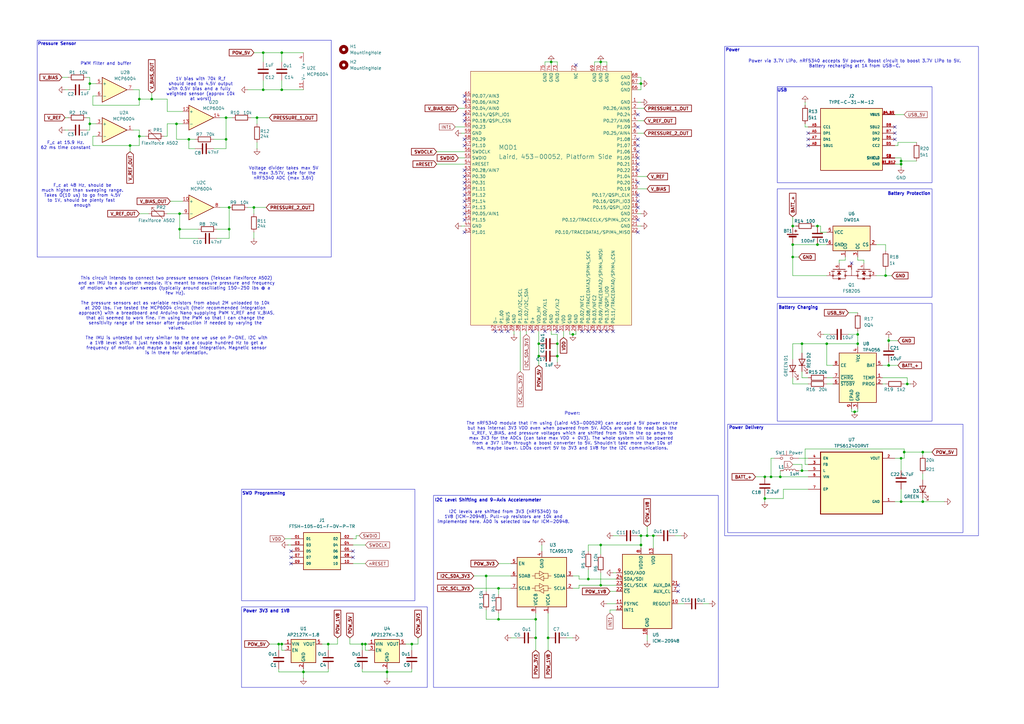
<source format=kicad_sch>
(kicad_sch (version 20250114) (generator "eeschema") (generator_version "9.0")
  (paper "A3")
  (rectangle (start 177.8 203.2) (end 294.64 281.94))
  (rectangle (start 298.45 173.99) (end 394.97 218.44))
  (rectangle (start 99.06 200.66) (end 170.18 246.38))
  (rectangle (start 318.77 77.47) (end 382.27 121.92))
  (rectangle (start 99.06 248.92) (end 175.26 281.94))
  (rectangle (start 15.24 16.51) (end 135.89 105.41))
  (rectangle (start 297.18 19.05) (end 401.32 219.71))
  (rectangle (start 318.77 124.46) (end 382.27 172.72))
  (rectangle (start 318.77 35.56) (end 382.27 74.93))
  (text "Power" (at 300.482 20.574 0) (effects (font (size 1.27 1.27) (thickness 0.254) (bold yes))))
  (text "USB" (at 320.802 37.084 0) (effects (font (size 1.27 1.27) (thickness 0.254) (bold yes))))
  (text "Battery Charging\n" (at 327.406 126.238 0) (effects (font (size 1.27 1.27) (thickness 0.254) (bold yes))))
  (text "I2C Level Shifting and 9-Axis Accelerometer" (at 200.152 205.232 0) (effects (font (size 1.27 1.27) (thickness 0.254) (bold yes))))
  (text "Voltage divider takes max 5V\nto max 3.57V, safe for the\nnRF5340 ADC (max 3.6V)" (at 116.332 71.12 0) (effects (font (size 1.27 1.27))))
  (text "1V bias with 70k R_f\nshould lead to 4.5V output\nwith 0.5V bias and a fully \nweighted sensor (approx 10k\nat worst)" (at 82.296 36.576 0) (effects (font (size 1.27 1.27))))
  (text "Power Delivery" (at 306.07 175.514 0) (effects (font (size 1.27 1.27) (thickness 0.254) (bold yes))))
  (text "Power via 3.7V LiPo, nRF5340 accepts 5V power. Boost circuit to boost 3.7V LiPo to 5V.\nBattery recharging at 1A from USB-C." (at 350.52 26.162 0) (effects (font (size 1.27 1.27) (thickness 0.1588))))
  (text "This circuit intends to connect two pressure senssors (Tekscan Flexiforce A502)\nand an IMU to a bluetooth module. It's meant to measure pressure and frequency\nof motion when a curler sweeps (typically around oscillating 150-250 lbs @ a \nfew Hz). \n\nThe pressure sensors act as variable resistors from about 2M unloaded to 10k \nat 200 lbs. I've tested the MCP6004 circuit (their recommended integration \napproach) with a breadboard and Arduino Nano supplying PWM V_REF and V_BIAS,\nthat all seemed to work fine. I'm using the PWM so that I can change the \nsensitivity range of the sensor after production if needed by varying the \nvalues.\n\nThe IMU is untested but very similar to the one we use on P-ONE, I2C with\na 1V8 level shift. It just needs to read at a couple hundred Hz to get a\nfrequency of motion and maybe a basic speed integration. Magnetic sensor\nis in there for orientation." (at 72.39 129.54 0) (effects (font (size 1.27 1.27))))
  (text "Pressure Sensor\n" (at 23.368 18.034 0) (effects (font (size 1.27 1.27) (thickness 0.254) (bold yes))))
  (text "Power 3V3 and 1V8" (at 109.22 250.698 0) (effects (font (size 1.27 1.27) (thickness 0.254) (bold yes))))
  (text "F_c at 48 Hz, should be\nmuch higher than sweeping range.\nTakes O(10 us) to go from 4.5V\nto 1V, should be plenty fast \nenough" (at 33.782 80.264 0) (effects (font (size 1.27 1.27))))
  (text "F_c at 15.9 Hz.\n62 ms time constant" (at 26.924 59.69 0) (effects (font (size 1.27 1.27) (thickness 0.1588))))
  (text "PWM filter and buffer" (at 43.434 26.162 0) (effects (font (size 1.27 1.27))))
  (text "I2C levels are shifted from 3V3 (nRF5340) to\n1V8 (ICM-20948). Pull-up resistors are 10k and\nimplemented here. AD0 is selected low for ICM-20948." (at 206.502 212.09 0) (effects (font (size 1.27 1.27) (thickness 0.1588))))
  (text "Battery Protection" (at 372.872 79.502 0) (effects (font (size 1.27 1.27) (thickness 0.254) (bold yes))))
  (text "SWD Programming" (at 108.204 202.438 0) (effects (font (size 1.27 1.27) (thickness 0.254) (bold yes))))
  (text "Power:\n\nThe nRF5340 module that I'm using (Laird 453-00052R) can accept a 5V power source\nbut has internal 3V3 VDD even when powered from 5V. ADCs are used to read back the\nV_REF, V_BIAS, and pressure voltages which are shifted from 5Vs in the op amps to\nmax 3V3 for the ADCs (can take max VDD + 0V3). The whole system will be powered \nfrom a 3V7 LiPo through a boost converter to 5V. Shouldn't take more than 10s of\nmA, maybe lower. LDOs convert 5V to 3V3 and 1V8 for the I2C communications." (at 234.696 176.784 0) (effects (font (size 1.27 1.27))))
  (junction (at 73.66 93.98))
  (junction (at 62.23 40.64))
  (junction (at 369.57 67.31))
  (junction (at 364.49 149.86))
  (junction (at 339.09 140.97))
  (junction (at 246.38 25.4))
  (junction (at 228.6 140.97))
  (junction (at 320.04 195.58))
  (junction (at 105.41 48.26))
  (junction (at 328.93 140.97))
  (junction (at 369.57 66.04))
  (junction (at 313.69 204.47))
  (junction (at 316.23 195.58))
  (junction (at 158.75 275.59))
  (junction (at 363.22 113.03))
  (junction (at 265.43 219.71))
  (junction (at 115.57 264.16))
  (junction (at 228.6 146.05))
  (junction (at 241.3 237.49))
  (junction (at 104.14 85.09))
  (junction (at 36.83 50.8))
  (junction (at 325.12 105.41))
  (junction (at 53.34 59.69))
  (junction (at 262.89 219.71))
  (junction (at 262.89 223.52))
  (junction (at 115.57 21.59))
  (junction (at 115.57 36.83))
  (junction (at 124.46 275.59))
  (junction (at 219.71 254))
  (junction (at 57.15 40.64))
  (junction (at 114.3 264.16))
  (junction (at 219.71 261.62))
  (junction (at 335.28 100.33))
  (junction (at 378.46 205.74))
  (junction (at 370.84 185.42))
  (junction (at 57.15 55.88))
  (junction (at 328.93 193.04))
  (junction (at 107.95 36.83))
  (junction (at 148.59 264.16))
  (junction (at 92.71 57.15))
  (junction (at 77.47 57.15))
  (junction (at 199.39 236.22))
  (junction (at 92.71 48.26))
  (junction (at 364.49 139.7))
  (junction (at 234.95 137.16))
  (junction (at 378.46 185.42))
  (junction (at 226.06 25.4))
  (junction (at 372.11 157.48))
  (junction (at 224.79 261.62))
  (junction (at 369.57 187.96))
  (junction (at 369.57 205.74))
  (junction (at 351.79 140.97))
  (junction (at 262.89 34.29))
  (junction (at 36.83 34.29))
  (junction (at 204.47 254))
  (junction (at 93.98 93.98))
  (junction (at 246.38 240.03))
  (junction (at 204.47 241.3))
  (junction (at 350.52 168.91))
  (junction (at 313.69 195.58))
  (junction (at 149.86 264.16))
  (junction (at 325.12 100.33))
  (junction (at 351.79 137.16))
  (junction (at 107.95 21.59))
  (junction (at 325.12 92.71))
  (junction (at 267.97 219.71))
  (junction (at 134.62 264.16))
  (junction (at 220.98 140.97))
  (junction (at 168.91 264.16))
  (junction (at 72.39 50.8))
  (junction (at 246.38 223.52))
  (junction (at 73.66 87.63))
  (junction (at 220.98 146.05))
  (junction (at 93.98 85.09))
  (junction (at 335.28 92.71))
  (no_connect (at 261.62 85.09))
  (no_connect (at 331.47 59.69))
  (no_connect (at 190.5 69.85))
  (no_connect (at 331.47 57.15))
  (no_connect (at 241.3 135.89))
  (no_connect (at 261.62 67.31))
  (no_connect (at 190.5 49.53))
  (no_connect (at 190.5 82.55))
  (no_connect (at 331.47 54.61))
  (no_connect (at 246.38 135.89))
  (no_connect (at 278.13 242.57))
  (no_connect (at 190.5 90.17))
  (no_connect (at 228.6 135.89))
  (no_connect (at 119.38 226.06))
  (no_connect (at 205.74 135.89))
  (no_connect (at 190.5 95.25))
  (no_connect (at 190.5 46.99))
  (no_connect (at 278.13 240.03))
  (no_connect (at 367.03 54.61))
  (no_connect (at 261.62 74.93))
  (no_connect (at 190.5 41.91))
  (no_connect (at 261.62 52.07))
  (no_connect (at 223.52 135.89))
  (no_connect (at 261.62 59.69))
  (no_connect (at 190.5 77.47))
  (no_connect (at 251.46 135.89))
  (no_connect (at 261.62 69.85))
  (no_connect (at 203.2 135.89))
  (no_connect (at 144.78 228.6))
  (no_connect (at 261.62 46.99))
  (no_connect (at 190.5 85.09))
  (no_connect (at 238.76 135.89))
  (no_connect (at 367.03 52.07))
  (no_connect (at 190.5 87.63))
  (no_connect (at 208.28 135.89))
  (no_connect (at 190.5 74.93))
  (no_connect (at 261.62 57.15))
  (no_connect (at 261.62 95.25))
  (no_connect (at 243.84 135.89))
  (no_connect (at 261.62 90.17))
  (no_connect (at 119.38 228.6))
  (no_connect (at 261.62 80.01))
  (no_connect (at 261.62 64.77))
  (no_connect (at 261.62 82.55))
  (no_connect (at 349.25 107.95))
  (no_connect (at 261.62 62.23))
  (no_connect (at 144.78 226.06))
  (no_connect (at 218.44 135.89))
  (no_connect (at 367.03 57.15))
  (no_connect (at 190.5 39.37))
  (no_connect (at 190.5 80.01))
  (no_connect (at 236.22 26.67))
  (no_connect (at 190.5 72.39))
  (no_connect (at 190.5 57.15))
  (no_connect (at 119.38 231.14))
  (no_connect (at 190.5 59.69))
  (no_connect (at 248.92 135.89))
  (wire (pts (xy 267.97 219.71) (xy 267.97 224.79)))
  (wire (pts (xy 349.25 168.91) (xy 350.52 168.91)))
  (wire (pts (xy 313.69 204.47) (xy 321.31 204.47)))
  (wire (pts (xy 53.34 59.69) (xy 53.34 62.23)))
  (wire (pts (xy 134.62 264.16) (xy 132.08 264.16)))
  (wire (pts (xy 38.1 39.37) (xy 38.1 43.18)))
  (wire (pts (xy 261.62 219.71) (xy 262.89 219.71)))
  (wire (pts (xy 171.45 261.62) (xy 171.45 264.16)))
  (wire (pts (xy 124.46 275.59) (xy 124.46 278.13)))
  (wire (pts (xy 237.49 237.49) (xy 241.3 237.49)))
  (wire (pts (xy 261.62 54.61) (xy 264.16 54.61)))
  (wire (pts (xy 364.49 139.7) (xy 368.3 139.7)))
  (wire (pts (xy 168.91 275.59) (xy 158.75 275.59)))
  (wire (pts (xy 92.71 57.15) (xy 87.63 57.15)))
  (wire (pts (xy 81.28 93.98) (xy 73.66 93.98)))
  (wire (pts (xy 57.15 36.83) (xy 54.61 36.83)))
  (wire (pts (xy 134.62 266.7) (xy 134.62 264.16)))
  (wire (pts (xy 251.46 234.95) (xy 252.73 234.95)))
  (wire (pts (xy 25.4 31.75) (xy 27.94 31.75)))
  (wire (pts (xy 261.62 44.45) (xy 264.16 44.45)))
  (wire (pts (xy 359.41 100.33) (xy 363.22 100.33)))
  (wire (pts (xy 57.15 55.88) (xy 59.69 55.88)))
  (wire (pts (xy 370.84 185.42) (xy 370.84 187.96)))
  (wire (pts (xy 105.41 48.26) (xy 110.49 48.26)))
  (wire (pts (xy 104.14 21.59) (xy 107.95 21.59)))
  (wire (pts (xy 351.79 168.91) (xy 350.52 168.91)))
  (wire (pts (xy 80.01 60.96) (xy 77.47 60.96)))
  (wire (pts (xy 346.71 106.68) (xy 344.17 106.68)))
  (wire (pts (xy 93.98 85.09) (xy 93.98 93.98)))
  (wire (pts (xy 107.95 36.83) (xy 115.57 36.83)))
  (wire (pts (xy 339.09 149.86) (xy 339.09 140.97)))
  (wire (pts (xy 115.57 36.83) (xy 124.46 36.83)))
  (wire (pts (xy 241.3 226.06) (xy 241.3 223.52)))
  (wire (pts (xy 248.92 247.65) (xy 252.73 247.65)))
  (wire (pts (xy 194.31 241.3) (xy 204.47 241.3)))
  (wire (pts (xy 370.84 184.15) (xy 370.84 185.42)))
  (wire (pts (xy 104.14 95.25) (xy 104.14 97.79)))
  (wire (pts (xy 265.43 260.35) (xy 265.43 262.89)))
  (wire (pts (xy 226.06 137.16) (xy 226.06 135.89)))
  (wire (pts (xy 223.52 25.4) (xy 226.06 25.4)))
  (wire (pts (xy 148.59 274.32) (xy 148.59 275.59)))
  (wire (pts (xy 116.84 266.7) (xy 115.57 266.7)))
  (wire (pts (xy 241.3 223.52) (xy 246.38 223.52)))
  (wire (pts (xy 328.93 154.94) (xy 331.47 154.94)))
  (wire (pts (xy 248.92 26.67) (xy 248.92 25.4)))
  (wire (pts (xy 335.28 100.33) (xy 339.09 100.33)))
  (wire (pts (xy 349.25 167.64) (xy 349.25 168.91)))
  (wire (pts (xy 313.69 195.58) (xy 316.23 195.58)))
  (wire (pts (xy 215.9 135.89) (xy 215.9 137.16)))
  (wire (pts (xy 226.06 25.4) (xy 226.06 26.67)))
  (wire (pts (xy 158.75 275.59) (xy 158.75 274.32)))
  (wire (pts (xy 369.57 187.96) (xy 367.03 187.96)))
  (wire (pts (xy 220.98 149.86) (xy 220.98 146.05)))
  (wire (pts (xy 149.86 264.16) (xy 151.13 264.16)))
  (wire (pts (xy 228.6 146.05) (xy 228.6 148.59)))
  (wire (pts (xy 35.56 53.34) (xy 36.83 53.34)))
  (wire (pts (xy 228.6 137.16) (xy 228.6 140.97)))
  (wire (pts (xy 146.05 220.98) (xy 144.78 220.98)))
  (wire (pts (xy 243.84 26.67) (xy 243.84 25.4)))
  (wire (pts (xy 316.23 195.58) (xy 320.04 195.58)))
  (wire (pts (xy 124.46 274.32) (xy 124.46 275.59)))
  (wire (pts (xy 250.19 242.57) (xy 252.73 242.57)))
  (wire (pts (xy 67.31 55.88) (xy 68.58 55.88)))
  (wire (pts (xy 246.38 25.4) (xy 246.38 26.67)))
  (wire (pts (xy 57.15 43.18) (xy 57.15 40.64)))
  (wire (pts (xy 38.1 59.69) (xy 38.1 55.88)))
  (wire (pts (xy 369.57 66.04) (xy 369.57 67.31)))
  (wire (pts (xy 68.58 55.88) (xy 68.58 50.8)))
  (wire (pts (xy 344.17 107.95) (xy 344.17 106.68)))
  (wire (pts (xy 370.84 157.48) (xy 372.11 157.48)))
  (wire (pts (xy 187.96 44.45) (xy 190.5 44.45)))
  (wire (pts (xy 261.62 31.75) (xy 262.89 31.75)))
  (wire (pts (xy 351.79 137.16) (xy 351.79 140.97)))
  (wire (pts (xy 361.95 154.94) (xy 372.11 154.94)))
  (wire (pts (xy 179.07 62.23) (xy 190.5 62.23)))
  (wire (pts (xy 219.71 254) (xy 219.71 261.62)))
  (wire (pts (xy 26.67 48.26) (xy 27.94 48.26)))
  (wire (pts (xy 105.41 58.42) (xy 105.41 60.96)))
  (wire (pts (xy 115.57 266.7) (xy 115.57 264.16)))
  (wire (pts (xy 110.49 264.16) (xy 114.3 264.16)))
  (wire (pts (xy 74.93 45.72) (xy 68.58 45.72)))
  (wire (pts (xy 267.97 219.71) (xy 269.24 219.71)))
  (wire (pts (xy 364.49 148.59) (xy 364.49 149.86)))
  (wire (pts (xy 210.82 135.89) (xy 210.82 137.16)))
  (wire (pts (xy 57.15 40.64) (xy 57.15 36.83)))
  (wire (pts (xy 367.03 67.31) (xy 369.57 67.31)))
  (wire (pts (xy 77.47 60.96) (xy 77.47 57.15)))
  (wire (pts (xy 339.09 157.48) (xy 341.63 157.48)))
  (wire (pts (xy 204.47 231.14) (xy 209.55 231.14)))
  (wire (pts (xy 316.23 187.96) (xy 316.23 195.58)))
  (wire (pts (xy 204.47 241.3) (xy 209.55 241.3)))
  (wire (pts (xy 199.39 236.22) (xy 209.55 236.22)))
  (wire (pts (xy 114.3 274.32) (xy 114.3 275.59)))
  (wire (pts (xy 339.09 140.97) (xy 351.79 140.97)))
  (wire (pts (xy 278.13 247.65) (xy 280.67 247.65)))
  (wire (pts (xy 261.62 72.39) (xy 265.43 72.39)))
  (wire (pts (xy 351.79 167.64) (xy 351.79 168.91)))
  (wire (pts (xy 262.89 36.83) (xy 262.89 34.29)))
  (wire (pts (xy 234.95 236.22) (xy 237.49 236.22)))
  (wire (pts (xy 73.66 93.98) (xy 73.66 97.79)))
  (wire (pts (xy 347.98 128.27) (xy 351.79 128.27)))
  (wire (pts (xy 246.38 240.03) (xy 252.73 240.03)))
  (wire (pts (xy 107.95 33.02) (xy 107.95 36.83)))
  (wire (pts (xy 367.03 205.74) (xy 369.57 205.74)))
  (wire (pts (xy 262.89 31.75) (xy 262.89 34.29)))
  (wire (pts (xy 325.12 190.5) (xy 328.93 190.5)))
  (wire (pts (xy 327.66 193.04) (xy 328.93 193.04)))
  (wire (pts (xy 368.3 58.42) (xy 368.3 59.69)))
  (wire (pts (xy 331.47 200.66) (xy 321.31 200.66)))
  (wire (pts (xy 339.09 154.94) (xy 341.63 154.94)))
  (wire (pts (xy 194.31 236.22) (xy 199.39 236.22)))
  (wire (pts (xy 92.71 48.26) (xy 95.25 48.26)))
  (wire (pts (xy 143.51 261.62) (xy 143.51 264.16)))
  (wire (pts (xy 223.52 26.67) (xy 223.52 25.4)))
  (wire (pts (xy 334.01 92.71) (xy 335.28 92.71)))
  (wire (pts (xy 220.98 135.89) (xy 220.98 140.97)))
  (wire (pts (xy 363.22 113.03) (xy 365.76 113.03)))
  (wire (pts (xy 265.43 215.9) (xy 265.43 219.71)))
  (wire (pts (xy 363.22 100.33) (xy 363.22 102.87)))
  (wire (pts (xy 114.3 275.59) (xy 124.46 275.59)))
  (wire (pts (xy 288.29 247.65) (xy 290.83 247.65)))
  (wire (pts (xy 237.49 240.03) (xy 237.49 241.3)))
  (wire (pts (xy 364.49 138.43) (xy 364.49 139.7)))
  (wire (pts (xy 237.49 236.22) (xy 237.49 237.49)))
  (wire (pts (xy 228.6 140.97) (xy 228.6 146.05)))
  (wire (pts (xy 262.89 219.71) (xy 265.43 219.71)))
  (wire (pts (xy 138.43 261.62) (xy 138.43 264.16)))
  (wire (pts (xy 261.62 92.71) (xy 262.89 92.71)))
  (wire (pts (xy 171.45 264.16) (xy 168.91 264.16)))
  (wire (pts (xy 149.86 223.52) (xy 144.78 223.52)))
  (wire (pts (xy 364.49 139.7) (xy 364.49 140.97)))
  (wire (pts (xy 57.15 53.34) (xy 57.15 55.88)))
  (wire (pts (xy 236.22 137.16) (xy 234.95 137.16)))
  (wire (pts (xy 53.34 59.69) (xy 38.1 59.69)))
  (wire (pts (xy 347.98 137.16) (xy 351.79 137.16)))
  (wire (pts (xy 321.31 200.66) (xy 321.31 204.47)))
  (wire (pts (xy 114.3 264.16) (xy 115.57 264.16)))
  (wire (pts (xy 57.15 55.88) (xy 57.15 59.69)))
  (wire (pts (xy 320.04 195.58) (xy 331.47 195.58)))
  (wire (pts (xy 115.57 33.02) (xy 115.57 36.83)))
  (wire (pts (xy 220.98 140.97) (xy 220.98 146.05)))
  (wire (pts (xy 148.59 275.59) (xy 158.75 275.59)))
  (wire (pts (xy 35.56 31.75) (xy 36.83 31.75)))
  (wire (pts (xy 336.55 95.25) (xy 339.09 95.25)))
  (wire (pts (xy 90.17 48.26) (xy 92.71 48.26)))
  (wire (pts (xy 148.59 264.16) (xy 149.86 264.16)))
  (wire (pts (xy 36.83 50.8) (xy 36.83 53.34)))
  (wire (pts (xy 351.79 135.89) (xy 351.79 137.16)))
  (wire (pts (xy 102.87 48.26) (xy 105.41 48.26)))
  (wire (pts (xy 80.01 57.15) (xy 77.47 57.15)))
  (wire (pts (xy 72.39 57.15) (xy 72.39 50.8)))
  (wire (pts (xy 243.84 25.4) (xy 246.38 25.4)))
  (wire (pts (xy 246.38 223.52) (xy 246.38 227.33)))
  (wire (pts (xy 168.91 264.16) (xy 166.37 264.16)))
  (wire (pts (xy 148.59 264.16) (xy 148.59 266.7)))
  (wire (pts (xy 204.47 254) (xy 219.71 254)))
  (wire (pts (xy 378.46 185.42) (xy 378.46 186.69)))
  (wire (pts (xy 57.15 59.69) (xy 53.34 59.69)))
  (wire (pts (xy 378.46 204.47) (xy 378.46 205.74)))
  (wire (pts (xy 146.05 219.71) (xy 146.05 220.98)))
  (wire (pts (xy 330.2 52.07) (xy 331.47 52.07)))
  (wire (pts (xy 367.03 64.77) (xy 369.57 64.77)))
  (wire (pts (xy 228.6 25.4) (xy 226.06 25.4)))
  (wire (pts (xy 107.95 21.59) (xy 107.95 25.4)))
  (wire (pts (xy 186.69 52.07) (xy 190.5 52.07)))
  (wire (pts (xy 228.6 137.16) (xy 226.06 137.16)))
  (wire (pts (xy 368.3 58.42) (xy 375.92 58.42)))
  (wire (pts (xy 231.14 135.89) (xy 231.14 138.43)))
  (wire (pts (xy 330.2 41.91) (xy 330.2 43.18)))
  (wire (pts (xy 134.62 274.32) (xy 134.62 275.59)))
  (wire (pts (xy 204.47 251.46) (xy 204.47 254)))
  (wire (pts (xy 341.63 149.86) (xy 339.09 149.86)))
  (wire (pts (xy 134.62 275.59) (xy 124.46 275.59)))
  (wire (pts (xy 232.41 261.62) (xy 234.95 261.62)))
  (wire (pts (xy 369.57 205.74) (xy 378.46 205.74)))
  (wire (pts (xy 331.47 190.5) (xy 330.2 190.5)))
  (wire (pts (xy 261.62 49.53) (xy 264.16 49.53)))
  (wire (pts (xy 114.3 264.16) (xy 114.3 266.7)))
  (wire (pts (xy 325.12 154.94) (xy 325.12 157.48)))
  (wire (pts (xy 325.12 140.97) (xy 328.93 140.97)))
  (wire (pts (xy 73.66 87.63) (xy 74.93 87.63)))
  (wire (pts (xy 224.79 251.46) (xy 224.79 261.62)))
  (wire (pts (xy 262.89 219.71) (xy 262.89 223.52)))
  (wire (pts (xy 370.84 185.42) (xy 378.46 185.42)))
  (wire (pts (xy 199.39 254) (xy 204.47 254)))
  (wire (pts (xy 233.68 137.16) (xy 234.95 137.16)))
  (wire (pts (xy 118.11 223.52) (xy 119.38 223.52)))
  (wire (pts (xy 149.86 266.7) (xy 149.86 264.16)))
  (wire (pts (xy 261.62 87.63) (xy 262.89 87.63)))
  (wire (pts (xy 313.69 203.2) (xy 313.69 204.47)))
  (wire (pts (xy 73.66 87.63) (xy 73.66 93.98)))
  (wire (pts (xy 38.1 43.18) (xy 57.15 43.18)))
  (wire (pts (xy 378.46 194.31) (xy 378.46 196.85)))
  (wire (pts (xy 261.62 77.47) (xy 265.43 77.47)))
  (wire (pts (xy 328.93 144.78) (xy 328.93 140.97)))
  (wire (pts (xy 351.79 140.97) (xy 351.79 142.24)))
  (wire (pts (xy 72.39 50.8) (xy 74.93 50.8)))
  (wire (pts (xy 204.47 241.3) (xy 204.47 243.84)))
  (wire (pts (xy 36.83 34.29) (xy 36.83 36.83)))
  (wire (pts (xy 143.51 264.16) (xy 148.59 264.16)))
  (wire (pts (xy 77.47 57.15) (xy 72.39 57.15)))
  (wire (pts (xy 68.58 50.8) (xy 72.39 50.8)))
  (wire (pts (xy 237.49 240.03) (xy 246.38 240.03)))
  (wire (pts (xy 246.38 223.52) (xy 262.89 223.52)))
  (wire (pts (xy 262.89 223.52) (xy 262.89 224.79)))
  (wire (pts (xy 328.93 140.97) (xy 339.09 140.97)))
  (wire (pts (xy 68.58 45.72) (xy 68.58 40.64)))
  (wire (pts (xy 151.13 266.7) (xy 149.86 266.7)))
  (wire (pts (xy 68.58 40.64) (xy 62.23 40.64)))
  (wire (pts (xy 35.56 36.83) (xy 36.83 36.83)))
  (wire (pts (xy 62.23 40.64) (xy 57.15 40.64)))
  (wire (pts (xy 369.57 193.04) (xy 369.57 187.96)))
  (wire (pts (xy 219.71 261.62) (xy 219.71 266.7)))
  (wire (pts (xy 219.71 251.46) (xy 219.71 254)))
  (wire (pts (xy 378.46 185.42) (xy 382.27 185.42)))
  (wire (pts (xy 261.62 36.83) (xy 262.89 36.83)))
  (wire (pts (xy 158.75 275.59) (xy 158.75 278.13)))
  (wire (pts (xy 237.49 241.3) (xy 234.95 241.3)))
  (wire (pts (xy 115.57 264.16) (xy 116.84 264.16)))
  (wire (pts (xy 90.17 85.09) (xy 93.98 85.09)))
  (wire (pts (xy 36.83 34.29) (xy 39.37 34.29)))
  (wire (pts (xy 241.3 233.68) (xy 241.3 237.49)))
  (wire (pts (xy 346.71 106.68) (xy 346.71 105.41)))
  (wire (pts (xy 327.66 187.96) (xy 331.47 187.96)))
  (wire (pts (xy 330.2 184.15) (xy 370.84 184.15)))
  (wire (pts (xy 228.6 26.67) (xy 228.6 25.4)))
  (wire (pts (xy 105.41 48.26) (xy 105.41 50.8)))
  (wire (pts (xy 325.12 113.03) (xy 325.12 105.41)))
  (wire (pts (xy 138.43 264.16) (xy 134.62 264.16)))
  (wire (pts (xy 367.03 46.99) (xy 370.84 46.99)))
  (wire (pts (xy 209.55 261.62) (xy 212.09 261.62)))
  (wire (pts (xy 325.12 92.71) (xy 326.39 92.71)))
  (wire (pts (xy 26.67 36.83) (xy 27.94 36.83)))
  (wire (pts (xy 325.12 88.9) (xy 325.12 92.71)))
  (wire (pts (xy 115.57 21.59) (xy 115.57 25.4)))
  (wire (pts (xy 369.57 64.77) (xy 369.57 66.04)))
  (wire (pts (xy 87.63 60.96) (xy 92.71 60.96)))
  (wire (pts (xy 339.09 113.03) (xy 325.12 113.03)))
  (wire (pts (xy 313.69 204.47) (xy 313.69 205.74)))
  (wire (pts (xy 101.6 36.83) (xy 107.95 36.83)))
  (wire (pts (xy 276.86 219.71) (xy 279.4 219.71)))
  (wire (pts (xy 168.91 274.32) (xy 168.91 275.59)))
  (wire (pts (xy 372.11 154.94) (xy 372.11 157.48)))
  (wire (pts (xy 250.19 250.19) (xy 252.73 250.19)))
  (wire (pts (xy 248.92 25.4) (xy 246.38 25.4)))
  (wire (pts (xy 325.12 147.32) (xy 325.12 140.97)))
  (wire (pts (xy 328.93 152.4) (xy 328.93 154.94)))
  (wire (pts (xy 246.38 234.95) (xy 246.38 240.03)))
  (wire (pts (xy 368.3 59.69) (xy 367.03 59.69)))
  (wire (pts (xy 369.57 187.96) (xy 370.84 187.96)))
  (wire (pts (xy 351.79 106.68) (xy 351.79 105.41)))
  (wire (pts (xy 364.49 149.86) (xy 361.95 149.86)))
  (wire (pts (xy 361.95 157.48) (xy 363.22 157.48)))
  (wire (pts (xy 68.58 87.63) (xy 73.66 87.63)))
  (wire (pts (xy 93.98 93.98) (xy 88.9 93.98)))
  (wire (pts (xy 378.46 205.74) (xy 387.35 205.74)))
  (wire (pts (xy 199.39 236.22) (xy 199.39 242.57)))
  (wire (pts (xy 354.33 107.95) (xy 354.33 106.68)))
  (wire (pts (xy 325.12 157.48) (xy 331.47 157.48)))
  (wire (pts (xy 335.28 92.71) (xy 336.55 92.71)))
  (wire (pts (xy 88.9 97.79) (xy 93.98 97.79)))
  (wire (pts (xy 147.32 219.71) (xy 146.05 219.71)))
  (wire (pts (xy 36.83 48.26) (xy 36.83 50.8)))
  (wire (pts (xy 325.12 105.41) (xy 325.12 100.33)))
  (wire (pts (xy 261.62 41.91) (xy 262.89 41.91)))
  (wire (pts (xy 35.56 48.26) (xy 36.83 48.26)))
  (wire (pts (xy 36.83 31.75) (xy 36.83 34.29)))
  (wire (pts (xy 261.62 34.29) (xy 262.89 34.29)))
  (wire (pts (xy 38.1 55.88) (xy 39.37 55.88)))
  (wire (pts (xy 224.79 261.62) (xy 224.79 266.7)))
  (wire (pts (xy 26.67 53.34) (xy 27.94 53.34)))
  (wire (pts (xy 36.83 50.8) (xy 39.37 50.8)))
  (wire (pts (xy 92.71 60.96) (xy 92.71 57.15)))
  (wire (pts (xy 222.25 223.52) (xy 222.25 226.06)))
  (wire (pts (xy 320.04 193.04) (xy 320.04 195.58)))
  (wire (pts (xy 233.68 135.89) (xy 233.68 137.16)))
  (wire (pts (xy 250.19 251.46) (xy 250.19 250.19)))
  (wire (pts (xy 54.61 53.34) (xy 57.15 53.34)))
  (wire (pts (xy 69.85 82.55) (xy 74.93 82.55)))
  (wire (pts (xy 213.36 135.89) (xy 213.36 152.4)))
  (wire (pts (xy 363.22 113.03) (xy 363.22 110.49)))
  (wire (pts (xy 359.41 113.03) (xy 363.22 113.03)))
  (wire (pts (xy 330.2 190.5) (xy 330.2 184.15)))
  (wire (pts (xy 330.2 50.8) (xy 330.2 52.07)))
  (wire (pts (xy 364.49 149.86) (xy 368.3 149.86)))
  (wire (pts (xy 241.3 237.49) (xy 252.73 237.49)))
  (wire (pts (xy 236.22 135.89) (xy 236.22 137.16)))
  (wire (pts (xy 168.91 266.7) (xy 168.91 264.16)))
  (wire (pts (xy 81.28 97.79) (xy 73.66 97.79)))
  (wire (pts (xy 309.88 195.58) (xy 313.69 195.58)))
  (wire (pts (xy 317.5 187.96) (xy 316.23 187.96)))
  (wire (pts (xy 116.84 220.98) (xy 119.38 220.98)))
  (wire (pts (xy 101.6 85.09) (xy 104.14 85.09)))
  (wire (pts (xy 57.15 87.63) (xy 60.96 87.63)))
  (wire (pts (xy 375.92 66.04) (xy 369.57 66.04)))
  (wire (pts (xy 92.71 48.26) (xy 92.71 57.15)))
  (wire (pts (xy 104.14 85.09) (xy 104.14 87.63)))
  (wire (pts (xy 149.86 231.14) (xy 144.78 231.14)))
  (wire (pts (xy 325.12 100.33) (xy 335.28 100.33)))
  (wire (pts (xy 93.98 97.79) (xy 93.98 93.98)))
  (wire (pts (xy 104.14 85.09) (xy 109.22 85.09)))
  (wire (pts (xy 189.23 92.71) (xy 190.5 92.71)))
  (wire (pts (xy 189.23 54.61) (xy 190.5 54.61)))
  (wire (pts (xy 265.43 219.71) (xy 267.97 219.71)))
  (wire (pts (xy 254 219.71) (xy 251.46 219.71)))
  (wire (pts (xy 369.57 67.31) (xy 369.57 68.58)))
  (wire (pts (xy 337.82 137.16) (xy 340.36 137.16)))
  (wire (pts (xy 373.38 157.48) (xy 372.11 157.48)))
  (wire (pts (xy 107.95 21.59) (xy 115.57 21.59)))
  (wire (pts (xy 199.39 250.19) (xy 199.39 254)))
  (wire (pts (xy 327.66 105.41) (xy 325.12 105.41)))
  (wire (pts (xy 354.33 106.68) (xy 351.79 106.68)))
  (wire (pts (xy 39.37 39.37) (xy 38.1 39.37)))
  (wire (pts (xy 336.55 92.71) (xy 336.55 95.25)))
  (wire (pts (xy 187.96 64.77) (xy 190.5 64.77)))
  (wire (pts (xy 328.93 193.04) (xy 331.47 193.04)))
  (wire (pts (xy 328.93 190.5) (xy 328.93 193.04)))
  (wire (pts (xy 179.07 67.31) (xy 190.5 67.31)))
  (wire (pts (xy 62.23 38.1) (xy 62.23 40.64)))
  (wire (pts (xy 369.57 200.66) (xy 369.57 205.74)))
  (wire (pts (xy 115.57 21.59) (xy 124.46 21.59)))
  (global_label "VDD" (shape input) (at 231.14 138.43 270) (effects (font (thickness 0.254) (bold yes))) (property "Intersheetrefs" "${INTERSHEET_REFS}" (effects (hide yes))))
  (global_label "I2C_SDA_3V3" (shape input) (at 194.31 236.22 180) (effects (font (thickness 0.254) (bold yes))) (property "Intersheetrefs" "${INTERSHEET_REFS}" (effects (hide yes))))
  (global_label "INT1" (shape input) (at 250.19 251.46 270) (property "Intersheetrefs" "${INTERSHEET_REFS}" (effects (hide yes))))
  (global_label "nRESET" (shape input) (at 179.07 67.31 180) (effects (font (thickness 0.254) (bold yes))) (property "Intersheetrefs" "${INTERSHEET_REFS}" (effects (hide yes))))
  (global_label "PRESSURE_2_OUT" (shape input) (at 264.16 54.61 0) (effects (font (thickness 0.254) (bold yes))) (property "Intersheetrefs" "${INTERSHEET_REFS}" (effects (hide yes))))
  (global_label "USB_5V" (shape input) (at 370.84 46.99 0) (property "Intersheetrefs" "${INTERSHEET_REFS}" (effects (hide yes))))
  (global_label "POW_3V3" (shape input) (at 219.71 266.7 270) (effects (font (thickness 0.254) (bold yes))) (property "Intersheetrefs" "${INTERSHEET_REFS}" (effects (hide yes))))
  (global_label "POW_5V" (shape input) (at 382.27 185.42 0) (effects (font (thickness 0.254) (bold yes))) (property "Intersheetrefs" "${INTERSHEET_REFS}" (effects (hide yes))))
  (global_label "POW_1V8" (shape input) (at 224.79 266.7 270) (effects (font (thickness 0.254) (bold yes))) (property "Intersheetrefs" "${INTERSHEET_REFS}" (effects (hide yes))))
  (global_label "V_BIAS_OUT" (shape input) (at 69.85 82.55 180) (effects (font (thickness 0.254) (bold yes))) (property "Intersheetrefs" "${INTERSHEET_REFS}" (effects (hide yes))))
  (global_label "V_BIAS" (shape input) (at 25.4 31.75 180) (effects (font (thickness 0.254) (bold yes))) (property "Intersheetrefs" "${INTERSHEET_REFS}" (effects (hide yes))))
  (global_label "GND" (shape input) (at 368.3 139.7 0) (effects (font (thickness 0.254) (bold yes))) (property "Intersheetrefs" "${INTERSHEET_REFS}" (effects (hide yes))))
  (global_label "SWDIO" (shape input) (at 147.32 219.71 0) (property "Intersheetrefs" "${INTERSHEET_REFS}" (effects (hide yes))))
  (global_label "POW_1V8" (shape input) (at 138.43 261.62 90) (effects (font (thickness 0.254) (bold yes))) (property "Intersheetrefs" "${INTERSHEET_REFS}" (effects (hide yes))))
  (global_label "I2C_SCL_3V3" (shape input) (at 213.36 152.4 270) (property "Intersheetrefs" "${INTERSHEET_REFS}" (effects (hide yes))))
  (global_label "SWDIO" (shape input) (at 187.96 64.77 180) (effects (font (thickness 0.254) (bold yes))) (property "Intersheetrefs" "${INTERSHEET_REFS}" (effects (hide yes))))
  (global_label "BATT_+" (shape input) (at 309.88 195.58 180) (effects (font (thickness 0.254) (bold yes))) (property "Intersheetrefs" "${INTERSHEET_REFS}" (effects (hide yes))))
  (global_label "POW_5V" (shape input) (at 110.49 264.16 180) (effects (font (thickness 0.254) (bold yes))) (property "Intersheetrefs" "${INTERSHEET_REFS}" (effects (hide yes))))
  (global_label "BATT_+" (shape input) (at 368.3 149.86 0) (effects (font (thickness 0.254) (bold yes))) (property "Intersheetrefs" "${INTERSHEET_REFS}" (effects (hide yes))))
  (global_label "V_REF_OUT" (shape input) (at 53.34 62.23 270) (effects (font (thickness 0.254) (bold yes))) (property "Intersheetrefs" "${INTERSHEET_REFS}" (effects (hide yes))))
  (global_label "INT1" (shape input) (at 186.69 52.07 180) (property "Intersheetrefs" "${INTERSHEET_REFS}" (effects (hide yes))))
  (global_label "GND" (shape input) (at 327.66 105.41 0) (effects (font (thickness 0.254) (bold yes))) (property "Intersheetrefs" "${INTERSHEET_REFS}" (effects (hide yes))))
  (global_label "USB_5V" (shape input) (at 347.98 128.27 180) (effects (font (thickness 0.254) (bold yes))) (property "Intersheetrefs" "${INTERSHEET_REFS}" (effects (hide yes))))
  (global_label "nRESET" (shape input) (at 149.86 231.14 0) (property "Intersheetrefs" "${INTERSHEET_REFS}" (effects (hide yes))))
  (global_label "V_REF" (shape input) (at 26.67 48.26 180) (effects (font (thickness 0.254) (bold yes))) (property "Intersheetrefs" "${INTERSHEET_REFS}" (effects (hide yes))))
  (global_label "POW_5V" (shape input) (at 104.14 21.59 180) (effects (font (thickness 0.254) (bold yes))) (property "Intersheetrefs" "${INTERSHEET_REFS}" (effects (hide yes))))
  (global_label "PRESSURE_2_OUT" (shape input) (at 109.22 85.09 0) (effects (font (thickness 0.254) (bold yes))) (property "Intersheetrefs" "${INTERSHEET_REFS}" (effects (hide yes))))
  (global_label "POW_3V3" (shape input) (at 204.47 231.14 180) (effects (font (thickness 0.254) (bold yes))) (property "Intersheetrefs" "${INTERSHEET_REFS}" (effects (hide yes))))
  (global_label "POW_1V8" (shape input) (at 250.19 242.57 180) (effects (font (thickness 0.254) (bold yes))) (property "Intersheetrefs" "${INTERSHEET_REFS}" (effects (hide yes))))
  (global_label "VDD" (shape input) (at 116.84 220.98 180) (property "Intersheetrefs" "${INTERSHEET_REFS}" (effects (hide yes))))
  (global_label "POW_3V3" (shape input) (at 171.45 261.62 90) (effects (font (thickness 0.254) (bold yes))) (property "Intersheetrefs" "${INTERSHEET_REFS}" (effects (hide yes))))
  (global_label "L" (shape input) (at 325.12 190.5 180) (property "Intersheetrefs" "${INTERSHEET_REFS}" (effects (hide yes))))
  (global_label "POW_5V" (shape input) (at 220.98 149.86 270) (effects (font (thickness 0.254) (bold yes))) (property "Intersheetrefs" "${INTERSHEET_REFS}" (effects (hide yes))))
  (global_label "PRESSURE_1_OUT" (shape input) (at 264.16 44.45 0) (effects (font (thickness 0.254) (bold yes))) (property "Intersheetrefs" "${INTERSHEET_REFS}" (effects (hide yes))))
  (global_label "PRESSURE_1_OUT" (shape input) (at 110.49 48.26 0) (effects (font (thickness 0.254) (bold yes))) (property "Intersheetrefs" "${INTERSHEET_REFS}" (effects (hide yes))))
  (global_label "I2C_SDA_3V3" (shape input) (at 215.9 137.16 270) (property "Intersheetrefs" "${INTERSHEET_REFS}" (effects (hide yes))))
  (global_label "POW_1V8" (shape input) (at 265.43 215.9 90) (effects (font (thickness 0.254) (bold yes))) (property "Intersheetrefs" "${INTERSHEET_REFS}" (effects (hide yes))))
  (global_label "V_BIAS_OUT" (shape input) (at 187.96 44.45 180) (effects (font (thickness 0.254) (bold yes))) (property "Intersheetrefs" "${INTERSHEET_REFS}" (effects (hide yes))))
  (global_label "V_REF_OUT" (shape input) (at 264.16 49.53 0) (effects (font (thickness 0.254) (bold yes))) (property "Intersheetrefs" "${INTERSHEET_REFS}" (effects (hide yes))))
  (global_label "SWDCLK" (shape input) (at 179.07 62.23 180) (effects (font (thickness 0.254) (bold yes))) (property "Intersheetrefs" "${INTERSHEET_REFS}" (effects (hide yes))))
  (global_label "SWDCLK" (shape input) (at 149.86 223.52 0) (property "Intersheetrefs" "${INTERSHEET_REFS}" (effects (hide yes))))
  (global_label "V_REF_OUT" (shape input) (at 57.15 87.63 180) (effects (font (thickness 0.254) (bold yes))) (property "Intersheetrefs" "${INTERSHEET_REFS}" (effects (hide yes))))
  (global_label "V_BIAS_OUT" (shape input) (at 62.23 38.1 90) (effects (font (thickness 0.254) (bold yes))) (property "Intersheetrefs" "${INTERSHEET_REFS}" (effects (hide yes))))
  (global_label "V_BIAS" (shape input) (at 265.43 77.47 0) (effects (font (thickness 0.254) (bold yes))) (property "Intersheetrefs" "${INTERSHEET_REFS}" (effects (hide yes))))
  (global_label "BATT_+" (shape input) (at 325.12 88.9 90) (effects (font (thickness 0.254) (bold yes))) (property "Intersheetrefs" "${INTERSHEET_REFS}" (effects (hide yes))))
  (global_label "GND" (shape input) (at 365.76 113.03 0) (effects (font (thickness 0.254) (bold yes))) (property "Intersheetrefs" "${INTERSHEET_REFS}" (effects (hide yes))))
  (global_label "I2C_SCL_3V3" (shape input) (at 194.31 241.3 180) (effects (font (thickness 0.254) (bold yes))) (property "Intersheetrefs" "${INTERSHEET_REFS}" (effects (hide yes))))
  (global_label "V_REF" (shape input) (at 265.43 72.39 0) (effects (font (thickness 0.254) (bold yes))) (property "Intersheetrefs" "${INTERSHEET_REFS}" (effects (hide yes))))
  (global_label "POW_5V" (shape input) (at 143.51 261.62 90) (effects (font (thickness 0.254) (bold yes))) (property "Intersheetrefs" "${INTERSHEET_REFS}" (effects (hide yes))))
  (symbol (lib_id "power:GND") (at 228.6 148.59 0) (unit 1)
    (property "Reference" "#PWR022" (effects (hide yes)))
    (property "Value" "GND" (effects (hide yes)))
    (property "Description" "Power symbol creates a global label with name \"GND\" , ground" (effects (hide yes)))
  )
  (symbol (lib_id "Device:C") (at 313.69 199.39 180) (unit 1)
    (property "Reference" "C18" (at 312.166 201.93 0) (effects (justify left)))
    (property "Value" "2.2uF" (at 319.786 201.676 0) (effects (justify left)))
    (property "Footprint" "Capacitor_SMD:C_0603_1608Metric" (effects (hide yes)))
    (property "Description" "Unpolarized capacitor" (effects (hide yes)))
  )
  (symbol (lib_id "Logic_LevelTranslator:TCA9517D") (at 222.25 238.76 180) (unit 1)
    (property "Reference" "U3" (at 225.3681 223.52 0) (effects (justify right)))
    (property "Value" "TCA9517D" (at 225.3681 226.06 0) (effects (justify right)))
    (property "Footprint" "Package_SO:VSSOP-8_3x3mm_P0.65mm" (effects (hide yes)))
    (property "Datasheet" "https://www.ti.com/lit/ds/symlink/tca9517.pdf" (effects (hide yes)))
    (property "Description" "Level-Translating I2C Bus Buffer/Repeater With Enable Function, SOIC-8" (effects (hide yes)))
  )
  (symbol (lib_id "Device:C") (at 257.81 219.71 270) (unit 1)
    (property "Reference" "C11" (at 252.73 218.44 90) (effects (justify left)))
    (property "Value" "0u1" (at 259.08 218.186 90) (effects (justify left)))
    (property "Footprint" "Capacitor_SMD:C_0402_1005Metric" (effects (hide yes)))
    (property "Description" "Unpolarized capacitor" (effects (hide yes)))
  )
  (symbol (lib_id "Device:C") (at 114.3 270.51 180) (unit 1)
    (property "Reference" "C1" (at 113.538 272.796 0) (effects (justify left)))
    (property "Value" "0u1" (at 113.792 268.224 0) (effects (justify left)))
    (property "Footprint" "Capacitor_SMD:C_0402_1005Metric" (effects (hide yes)))
    (property "Description" "Unpolarized capacitor" (effects (hide yes)))
  )
  (symbol (lib_id "Device:R") (at 335.28 154.94 90) (unit 1)
    (property "Reference" "R15" (at 333.502 152.654 90))
    (property "Value" "20k" (at 337.566 152.654 90))
    (property "Footprint" "Resistor_SMD:R_0402_1005Metric_Pad0.72x0.64mm_HandSolder" (effects (hide yes)))
    (property "Description" "Resistor" (effects (hide yes)))
  )
  (symbol (lib_id "Device:R") (at 105.41 54.61 0) (unit 1)
    (property "Reference" "R12" (at 106.68 53.848 0) (effects (justify left)))
    (property "Value" "24k" (at 106.68 55.88 0) (effects (justify left)))
    (property "Footprint" "Resistor_SMD:R_0402_1005Metric_Pad0.72x0.64mm_HandSolder" (effects (hide yes)))
    (property "Description" "Resistor" (effects (hide yes)))
  )
  (symbol (lib_id "Device:LED") (at 328.93 148.59 90) (unit 1)
    (property "Reference" "D2" (at 331.724 145.796 0))
    (property "Value" "RED" (at 331.724 149.098 0))
    (property "Footprint" "LED_SMD:LED_0402_1005Metric" (effects (hide yes)))
    (property "Description" "Light emitting diode" (effects (hide yes)))
    (property "Sim.Pins" "1=K 2=A" (effects (hide yes)))
  )
  (symbol (lib_id "power:GND") (at 246.38 25.4 180) (unit 1)
    (property "Reference" "#PWR024" (effects (hide yes)))
    (property "Value" "GND" (effects (hide yes)))
    (property "Description" "Power symbol creates a global label with name \"GND\" , ground" (effects (hide yes)))
  )
  (symbol (lib_id "Device:R") (at 99.06 48.26 90) (unit 1)
    (property "Reference" "R10" (at 98.298 46.228 90) (effects (justify left)))
    (property "Value" "10k" (at 103.378 46.228 90) (effects (justify left)))
    (property "Footprint" "Resistor_SMD:R_0402_1005Metric_Pad0.72x0.64mm_HandSolder" (effects (hide yes)))
    (property "Description" "Resistor" (effects (hide yes)))
  )
  (symbol (lib_id "Device:R_Variable") (at 63.5 55.88 90) (unit 1)
    (property "Reference" "PR1" (at 64.77 53.34 90))
    (property "Value" "Flexiforce A502" (at 65.532 58.674 90))
    (property "Footprint" "Custom Footprints:Tekscan Pressure Sensor" (effects (hide yes)))
    (property "Description" "Variable resistor" (effects (hide yes)))
  )
  (symbol (lib_id "Device:C") (at 31.75 36.83 270) (unit 1)
    (property "Reference" "C2" (at 27.686 38.608 90) (effects (justify left)))
    (property "Value" "1uF" (at 33.02 38.354 90) (effects (justify left)))
    (property "Footprint" "Capacitor_SMD:C_0402_1005Metric" (effects (hide yes)))
    (property "Description" "Unpolarized capacitor" (effects (hide yes)))
  )
  (symbol (lib_id "Device:R") (at 31.75 31.75 90) (unit 1)
    (property "Reference" "R1" (at 30.988 29.718 90) (effects (justify left)))
    (property "Value" "10k" (at 36.068 29.718 90) (effects (justify left)))
    (property "Footprint" "Resistor_SMD:R_0402_1005Metric_Pad0.72x0.64mm_HandSolder" (effects (hide yes)))
    (property "Description" "Resistor" (effects (hide yes)))
  )
  (symbol (lib_id "Device:R") (at 246.38 231.14 180) (unit 1)
    (property "Reference" "R6" (at 244.348 231.902 90) (effects (justify left)))
    (property "Value" "10k" (at 244.348 226.822 90) (effects (justify left)))
    (property "Footprint" "Resistor_SMD:R_0603_1608Metric" (effects (hide yes)))
    (property "Description" "Resistor" (effects (hide yes)))
  )
  (symbol (lib_id "Mechanical:MountingHole") (at 140.97 20.32 0) (unit 1) (in_bom no)
    (property "Reference" "H1" (at 143.51 19.0499 0) (effects (justify left)))
    (property "Value" "MountingHole" (at 143.51 21.5899 0) (effects (justify left)))
    (property "Footprint" "MountingHole:MountingHole_2.2mm_M2" (effects (hide yes)))
    (property "Description" "Mounting Hole without connection" (effects (hide yes)))
  )
  (symbol (lib_id "power:GND") (at 330.2 41.91 180) (unit 1)
    (property "Reference" "#PWR030" (effects (hide yes)))
    (property "Value" "GND" (effects (hide yes)))
    (property "Description" "Power symbol creates a global label with name \"GND\" , ground" (effects (hide yes)))
  )
  (symbol (lib_id "power:GND") (at 189.23 92.71 270) (unit 1)
    (property "Reference" "#PWR019" (effects (hide yes)))
    (property "Value" "GND" (effects (hide yes)))
    (property "Description" "Power symbol creates a global label with name \"GND\" , ground" (effects (hide yes)))
  )
  (symbol (lib_id "Device:R") (at 104.14 91.44 0) (unit 1)
    (property "Reference" "R11" (at 105.41 90.678 0) (effects (justify left)))
    (property "Value" "24k" (at 105.41 92.71 0) (effects (justify left)))
    (property "Footprint" "Resistor_SMD:R_0402_1005Metric_Pad0.72x0.64mm_HandSolder" (effects (hide yes)))
    (property "Description" "Resistor" (effects (hide yes)))
  )
  (symbol (lib_id "Device:R_Variable") (at 64.77 87.63 90) (unit 1)
    (property "Reference" "PR2" (at 66.04 85.09 90))
    (property "Value" "Flexiforce A502" (at 64.262 90.424 90))
    (property "Footprint" "Custom Footprints:Tekscan Pressure Sensor" (effects (hide yes)))
    (property "Description" "Variable resistor" (effects (hide yes)))
  )
  (symbol (lib_id "Device:R") (at 97.79 85.09 90) (unit 1)
    (property "Reference" "R9" (at 97.028 83.058 90) (effects (justify left)))
    (property "Value" "10k" (at 102.108 83.058 90) (effects (justify left)))
    (property "Footprint" "Resistor_SMD:R_0402_1005Metric_Pad0.72x0.64mm_HandSolder" (effects (hide yes)))
    (property "Description" "Resistor" (effects (hide yes)))
  )
  (symbol (lib_id "power:GND") (at 387.35 205.74 90) (unit 1)
    (property "Reference" "#PWR036" (effects (hide yes)))
    (property "Value" "GND" (effects (hide yes)))
    (property "Description" "Power symbol creates a global label with name \"GND\" , ground" (effects (hide yes)))
  )
  (symbol (lib_id "Device:C") (at 224.79 140.97 90) (unit 1)
    (property "Reference" "C16" (at 222.504 144.78 0) (effects (justify left)))
    (property "Value" "0u1" (at 222.504 140.462 0) (effects (justify left)))
    (property "Footprint" "Capacitor_SMD:C_0603_1608Metric" (effects (hide yes)))
    (property "Description" "Unpolarized capacitor" (effects (hide yes)))
  )
  (symbol (lib_id "power:GND") (at 209.55 261.62 270) (unit 1)
    (property "Reference" "#PWR04" (effects (hide yes)))
    (property "Value" "GND" (effects (hide yes)))
    (property "Description" "Power symbol creates a global label with name \"GND\" , ground" (effects (hide yes)))
  )
  (symbol (lib_id "power:GND") (at 26.67 53.34 270) (unit 1)
    (property "Reference" "#PWR02" (effects (hide yes)))
    (property "Value" "GND" (effects (hide yes)))
    (property "Description" "Power symbol creates a global label with name \"GND\" , ground" (effects (hide yes)))
  )
  (symbol (lib_id "Device:R") (at 330.2 92.71 90) (unit 1)
    (property "Reference" "R14" (at 327.66 90.678 90))
    (property "Value" "100" (at 332.486 90.678 90))
    (property "Footprint" "Resistor_SMD:R_0402_1005Metric_Pad0.72x0.64mm_HandSolder" (effects (hide yes)))
    (property "Description" "Resistor" (effects (hide yes)))
  )
  (symbol (lib_id "Switch:SW_Push") (at 322.58 187.96 0) (unit 1)
    (property "Reference" "SW1" (at 320.04 185.674 0))
    (property "Value" "Power" (at 326.39 185.674 0))
    (property "Footprint" "Latching Push Button:YTSPS-22E58LM" (effects (hide yes)))
    (property "Description" "Push button switch, generic, two pins" (effects (hide yes)))
  )
  (symbol (lib_id "power:GND") (at 210.82 137.16 0) (unit 1)
    (property "Reference" "#PWR020" (effects (hide yes)))
    (property "Value" "GND" (effects (hide yes)))
    (property "Description" "Power symbol creates a global label with name \"GND\" , ground" (effects (hide yes)))
  )
  (symbol (lib_id "power:GND") (at 265.43 262.89 0) (unit 1)
    (property "Reference" "#PWR013" (effects (hide yes)))
    (property "Value" "GND" (effects (hide yes)))
    (property "Description" "Power symbol creates a global label with name \"GND\" , ground" (effects (hide yes)))
  )
  (symbol (lib_id "Device:C") (at 115.57 29.21 0) (unit 1)
    (property "Reference" "C14" (at 116.586 31.75 0) (effects (justify left)))
    (property "Value" "0u1" (at 116.078 26.924 0) (effects (justify left)))
    (property "Footprint" "Capacitor_SMD:C_0402_1005Metric" (effects (hide yes)))
    (property "Description" "Unpolarized capacitor" (effects (hide yes)))
  )
  (symbol (lib_id "Device:C") (at 134.62 270.51 180) (unit 1)
    (property "Reference" "C4" (at 133.858 272.796 0) (effects (justify left)))
    (property "Value" "0u1" (at 134.112 268.224 0) (effects (justify left)))
    (property "Footprint" "Capacitor_SMD:C_0402_1005Metric" (effects (hide yes)))
    (property "Description" "Unpolarized capacitor" (effects (hide yes)))
  )
  (symbol (lib_id "Device:R") (at 367.03 157.48 90) (unit 1)
    (property "Reference" "R19" (at 364.49 159.766 90))
    (property "Value" "1k2" (at 369.57 159.766 90))
    (property "Footprint" "Resistor_SMD:R_0402_1005Metric_Pad0.72x0.64mm_HandSolder" (effects (hide yes)))
    (property "Description" "Resistor" (effects (hide yes)))
  )
  (symbol (lib_id "Device:R") (at 83.82 57.15 90) (unit 1)
    (property "Reference" "R7" (at 83.058 55.118 90) (effects (justify left)))
    (property "Value" "70k" (at 88.138 55.118 90) (effects (justify left)))
    (property "Footprint" "Resistor_SMD:R_0402_1005Metric_Pad0.72x0.64mm_HandSolder" (effects (hide yes)))
    (property "Description" "Resistor" (effects (hide yes)))
  )
  (symbol (lib_id "Sensor_Motion:ICM-20948") (at 265.43 242.57 0) (unit 1)
    (property "Reference" "U5" (at 267.5733 260.35 0) (effects (justify left)))
    (property "Value" "ICM-20948" (at 267.5733 262.89 0) (effects (justify left)))
    (property "Footprint" "Sensor_Motion:InvenSense_QFN-24_3x3mm_P0.4mm" (effects (hide yes)))
    (property "Datasheet" "http://www.invensense.com/wp-content/uploads/2016/06/DS-000189-ICM-20948-v1.3.pdf" (effects (hide yes)))
    (property "Description" "InvenSense 9-Axis Motion Sensor, Accelerometer, Gyroscope, Compass, I2C/SPI, QFN-24" (effects (hide yes)))
  )
  (symbol (lib_id "power:GND") (at 226.06 25.4 180) (unit 1)
    (property "Reference" "#PWR021" (effects (hide yes)))
    (property "Value" "GND" (effects (hide yes)))
    (property "Description" "Power symbol creates a global label with name \"GND\" , ground" (effects (hide yes)))
  )
  (symbol (lib_id "Device:C") (at 31.75 53.34 270) (unit 1)
    (property "Reference" "C3" (at 27.686 55.118 90) (effects (justify left)))
    (property "Value" "1uF" (at 33.02 54.864 90) (effects (justify left)))
    (property "Footprint" "Capacitor_SMD:C_0402_1005Metric" (effects (hide yes)))
    (property "Description" "Unpolarized capacitor" (effects (hide yes)))
  )
  (symbol (lib_id "Amplifier_Operational:MCP6004") (at 82.55 48.26 0) (unit 4)
    (property "Reference" "U2" (at 87.63 41.91 0))
    (property "Value" "MCP6004" (at 87.63 44.45 0))
    (property "Footprint" "MCP6004:SOP65P640X120-14N" (effects (hide yes)))
    (property "Datasheet" "http://ww1.microchip.com/downloads/en/DeviceDoc/21733j.pdf" (effects (hide yes)))
    (property "Description" "1MHz, Low-Power Op Amp, DIP-14/SOIC-14/TSSOP-14" (effects (hide yes)))
  )
  (symbol (lib_id "Battery_Management:DW01A") (at 349.25 97.79 0) (unit 1)
    (property "Reference" "U6" (at 349.25 87.63 0))
    (property "Value" "DW01A" (at 349.25 90.17 0))
    (property "Footprint" "Package_TO_SOT_SMD:SOT-23-6" (effects (hide yes)))
    (property "Datasheet" "https://hmsemi.com/downfile/DW01A.PDF" (effects (hide yes)))
    (property "Description" "Overcharge, overcurrent and overdischarge protection IC for single cell lithium-ion/polymer battery" (effects (hide yes)))
  )
  (symbol (lib_id "power:GND") (at 251.46 234.95 270) (unit 1)
    (property "Reference" "#PWR011" (effects (hide yes)))
    (property "Value" "GND" (effects (hide yes)))
    (property "Description" "Power symbol creates a global label with name \"GND\" , ground" (effects (hide yes)))
  )
  (symbol (lib_id "Mechanical:MountingHole") (at 140.97 26.67 0) (unit 1) (in_bom no)
    (property "Reference" "H2" (at 143.51 25.3999 0) (effects (justify left)))
    (property "Value" "MountingHole" (at 143.51 27.9399 0) (effects (justify left)))
    (property "Footprint" "MountingHole:MountingHole_2.2mm_M2" (effects (hide yes)))
    (property "Description" "Mounting Hole without connection" (effects (hide yes)))
  )
  (symbol (lib_id "Device:C") (at 344.17 137.16 90) (unit 1)
    (property "Reference" "C20" (at 342.646 138.43 90) (effects (justify left)))
    (property "Value" "10uF" (at 350.266 138.43 90) (effects (justify left)))
    (property "Footprint" "Capacitor_SMD:C_0603_1608Metric" (effects (hide yes)))
    (property "Description" "Unpolarized capacitor" (effects (hide yes)))
  )
  (symbol (lib_id "power:GND") (at 234.95 261.62 90) (unit 1)
    (property "Reference" "#PWR07" (effects (hide yes)))
    (property "Value" "GND" (effects (hide yes)))
    (property "Description" "Power symbol creates a global label with name \"GND\" , ground" (effects (hide yes)))
  )
  (symbol (lib_id "Amplifier_Operational:MCP6004") (at 82.55 85.09 0) (unit 3)
    (property "Reference" "U2" (at 82.55 74.93 0))
    (property "Value" "MCP6004" (at 82.55 77.47 0))
    (property "Datasheet" "http://ww1.microchip.com/downloads/en/DeviceDoc/21733j.pdf" (effects (hide yes)))
    (property "Description" "1MHz, Low-Power Op Amp, DIP-14/SOIC-14/TSSOP-14" (effects (hide yes)))
  )
  (symbol (lib_id "Device:C") (at 85.09 97.79 270) (unit 1)
    (property "Reference" "C10" (at 78.994 99.314 90) (effects (justify left)))
    (property "Value" "47nF" (at 86.36 99.314 90) (effects (justify left)))
    (property "Footprint" "Capacitor_SMD:C_0402_1005Metric" (effects (hide yes)))
    (property "Description" "Unpolarized capacitor" (effects (hide yes)))
  )
  (symbol (lib_id "Device:R") (at 335.28 157.48 90) (unit 1)
    (property "Reference" "R16" (at 332.486 159.766 90))
    (property "Value" "20k" (at 337.566 159.766 90))
    (property "Footprint" "Resistor_SMD:R_0402_1005Metric_Pad0.72x0.64mm_HandSolder" (effects (hide yes)))
    (property "Description" "Resistor" (effects (hide yes)))
  )
  (symbol (lib_id "power:GND") (at 124.46 278.13 0) (unit 1)
    (property "Reference" "#PWR03" (effects (hide yes)))
    (property "Value" "GND" (effects (hide yes)))
    (property "Description" "Power symbol creates a global label with name \"GND\" , ground" (effects (hide yes)))
  )
  (symbol (lib_id "power:GND") (at 279.4 219.71 90) (unit 1)
    (property "Reference" "#PWR016" (effects (hide yes)))
    (property "Value" "GND" (effects (hide yes)))
    (property "Description" "Power symbol creates a global label with name \"GND\" , ground" (effects (hide yes)))
  )
  (symbol (lib_id "Device:R") (at 330.2 46.99 0) (unit 1)
    (property "Reference" "R13" (at 331.47 45.72 0) (effects (justify left)))
    (property "Value" "5k1" (at 331.47 48.26 0) (effects (justify left)))
    (property "Footprint" "Resistor_SMD:R_0402_1005Metric_Pad0.72x0.64mm_HandSolder" (effects (hide yes)))
    (property "Description" "Resistor" (effects (hide yes)))
  )
  (symbol (lib_id "power:GND") (at 222.25 223.52 180) (unit 1)
    (property "Reference" "#PWR06" (effects (hide yes)))
    (property "Value" "GND" (effects (hide yes)))
    (property "Description" "Power symbol creates a global label with name \"GND\" , ground" (effects (hide yes)))
  )
  (symbol (lib_id "power:GND") (at 373.38 157.48 90) (unit 1)
    (property "Reference" "#PWR035" (effects (hide yes)))
    (property "Value" "GND" (effects (hide yes)))
    (property "Description" "Power symbol creates a global label with name \"GND\" , ground" (effects (hide yes)))
  )
  (symbol (lib_id "Device:R") (at 363.22 106.68 0) (unit 1)
    (property "Reference" "R18" (at 364.744 105.41 0) (effects (justify left)))
    (property "Value" "1k" (at 364.744 107.95 0) (effects (justify left)))
    (property "Footprint" "Resistor_SMD:R_0402_1005Metric_Pad0.72x0.64mm_HandSolder" (effects (hide yes)))
    (property "Description" "Resistor" (effects (hide yes)))
  )
  (symbol (lib_id "USB C 31M12:TYPE-C-31-M-12") (at 349.25 57.15 0) (unit 1)
    (property "Reference" "J2" (at 349.25 39.37 0))
    (property "Value" "TYPE-C-31-M-12" (at 349.25 41.91 0))
    (property "Footprint" "Type C 31M12:HRO_TYPE-C-31-M-12" (effects (hide yes)))
    (property "MF" "HRO Electronics Co., Ltd." (effects (hide yes)))
    (property "MAXIMUM_PACKAGE_HEIGHT" "3.26 mm" (effects (hide yes)))
    (property "Package" "Package" (effects (hide yes)))
    (property "Price" "None" (effects (hide yes)))
    (property "Check_prices" "https://www.snapeda.com/parts/TYPE-C-31-M-12/HRO+Electronics+Co.%252C+Ltd./view-part/?ref=eda" (effects (hide yes)))
    (property "STANDARD" "Manufacturer Recommendations" (effects (hide yes)))
    (property "PARTREV" "2020.12.08" (effects (hide yes)))
    (property "SnapEDA_Link" "https://www.snapeda.com/parts/TYPE-C-31-M-12/HRO+Electronics+Co.%252C+Ltd./view-part/?ref=snap" (effects (hide yes)))
    (property "MP" "TYPE-C-31-M-12" (effects (hide yes)))
    (property "Description_1" "USB Connectors 24 Receptacle 1 8.94*7.3mm RoHS" (effects (hide yes)))
    (property "SNAPEDA_PN" "TYPE-C-31-M-12" (effects (hide yes)))
    (property "Availability" "Not in stock" (effects (hide yes)))
    (property "MANUFACTURER" "HRO Electronics Co., Ltd." (effects (hide yes)))
  )
  (symbol (lib_id "power:GND") (at 251.46 219.71 270) (unit 1)
    (property "Reference" "#PWR010" (effects (hide yes)))
    (property "Value" "GND" (effects (hide yes)))
    (property "Description" "Power symbol creates a global label with name \"GND\" , ground" (effects (hide yes)))
  )
  (symbol (lib_id "power:GND") (at 118.11 223.52 270) (unit 1)
    (property "Reference" "#PWR037" (effects (hide yes)))
    (property "Value" "GND" (effects (hide yes)))
    (property "Description" "Power symbol creates a global label with name \"GND\" , ground" (effects (hide yes)))
  )
  (symbol (lib_id "Device:R") (at 351.79 132.08 0) (unit 1)
    (property "Reference" "R17" (at 354.33 130.8099 0) (effects (justify left)))
    (property "Value" "0Q4" (at 354.33 133.3499 0) (effects (justify left)))
    (property "Footprint" "Resistor_SMD:R_0402_1005Metric_Pad0.72x0.64mm_HandSolder" (effects (hide yes)))
    (property "Description" "Resistor" (effects (hide yes)))
  )
  (symbol (lib_id "Regulator_Linear:AP2127K-3.3") (at 158.75 266.7 0) (unit 1)
    (property "Reference" "U4" (at 158.75 257.81 0))
    (property "Value" "AP2127K-3.3" (at 158.75 260.35 0))
    (property "Footprint" "Package_TO_SOT_SMD:SOT-23-5" (effects (hide yes)))
    (property "Datasheet" "https://www.diodes.com/assets/Datasheets/AP2127.pdf" (effects (hide yes)))
    (property "Description" "300mA low dropout linear regulator, shutdown pin, 2.5V-6V input voltage, 3.3V fixed positive output, SOT-23-5" (effects (hide yes)))
  )
  (symbol (lib_id "power:GND") (at 26.67 36.83 270) (unit 1)
    (property "Reference" "#PWR01" (effects (hide yes)))
    (property "Value" "GND" (effects (hide yes)))
    (property "Description" "Power symbol creates a global label with name \"GND\" , ground" (effects (hide yes)))
  )
  (symbol (lib_id "Device:C") (at 228.6 261.62 270) (unit 1)
    (property "Reference" "C7" (at 226.822 258.064 90) (effects (justify left)))
    (property "Value" "0u1" (at 229.87 260.096 90) (effects (justify left)))
    (property "Footprint" "Capacitor_SMD:C_0402_1005Metric" (effects (hide yes)))
    (property "Description" "Unpolarized capacitor" (effects (hide yes)))
  )
  (symbol (lib_id "Device:R") (at 85.09 93.98 90) (unit 1)
    (property "Reference" "R8" (at 84.328 91.948 90) (effects (justify left)))
    (property "Value" "70k" (at 89.408 91.948 90) (effects (justify left)))
    (property "Footprint" "Resistor_SMD:R_0402_1005Metric_Pad0.72x0.64mm_HandSolder" (effects (hide yes)))
    (property "Description" "Resistor" (effects (hide yes)))
  )
  (symbol (lib_id "Amplifier_Operational:MCP6004") (at 46.99 53.34 0) (unit 1)
    (property "Reference" "U2" (at 50.8 46.228 0))
    (property "Value" "MCP6004" (at 50.8 48.768 0))
    (property "Footprint" "MCP6004:SOP65P640X120-14N" (effects (hide yes)))
    (property "Datasheet" "http://ww1.microchip.com/downloads/en/DeviceDoc/21733j.pdf" (effects (hide yes)))
    (property "Description" "1MHz, Low-Power Op Amp, DIP-14/SOIC-14/TSSOP-14" (effects (hide yes)))
  )
  (symbol (lib_id "FS8205:FS8205") (at 349.25 113.03 270) (unit 1)
    (property "Reference" "Q1" (at 349.25 116.84 90))
    (property "Value" "FS8205" (at 349.25 119.38 90))
    (property "Footprint" "FS8205:SOT95P280X145-6N" (effects (hide yes)))
    (property "MF" "Fortune Semiconductor" (effects (hide yes)))
    (property "MAXIMUM_PACKAGE_HEIGHT" "1.45mm" (effects (hide yes)))
    (property "Package" "Package" (effects (hide yes)))
    (property "Price" "None" (effects (hide yes)))
    (property "Check_prices" "https://www.snapeda.com/parts/FS8205/Fortune+Semiconductor/view-part/?ref=eda" (effects (hide yes)))
    (property "STANDARD" "IPC-7351B" (effects (hide yes)))
    (property "PARTREV" "1.9" (effects (hide yes)))
    (property "SnapEDA_Link" "https://www.snapeda.com/parts/FS8205/Fortune+Semiconductor/view-part/?ref=snap" (effects (hide yes)))
    (property "MP" "FS8205" (effects (hide yes)))
    (property "Description_1" "Dual N-Channel Enhancement Mode Power MOSFET" (effects (hide yes)))
    (property "Availability" "In Stock" (effects (hide yes)))
    (property "MANUFACTURER" "Fortune" (effects (hide yes)))
  )
  (symbol (lib_id "Device:C") (at 364.49 144.78 0) (unit 1)
    (property "Reference" "C21" (at 364.998 142.748 0) (effects (justify left)))
    (property "Value" "10uF" (at 364.998 147.066 0) (effects (justify left)))
    (property "Footprint" "Capacitor_SMD:C_0603_1608Metric" (effects (hide yes)))
    (property "Description" "Unpolarized capacitor" (effects (hide yes)))
  )
  (symbol (lib_id "Device:C") (at 107.95 29.21 0) (unit 1)
    (property "Reference" "C12" (at 108.712 31.75 0) (effects (justify left)))
    (property "Value" "1uF" (at 108.712 26.67 0) (effects (justify left)))
    (property "Footprint" "Capacitor_SMD:C_0402_1005Metric" (effects (hide yes)))
    (property "Description" "Unpolarized capacitor" (effects (hide yes)))
  )
  (symbol (lib_id "power:GND") (at 248.92 247.65 270) (unit 1)
    (property "Reference" "#PWR09" (effects (hide yes)))
    (property "Value" "GND" (effects (hide yes)))
    (property "Description" "Power symbol creates a global label with name \"GND\" , ground" (effects (hide yes)))
  )
  (symbol (lib_id "power:GND") (at 262.89 41.91 90) (unit 1)
    (property "Reference" "#PWR026" (effects (hide yes)))
    (property "Value" "GND" (effects (hide yes)))
    (property "Description" "Power symbol creates a global label with name \"GND\" , ground" (effects (hide yes)))
  )
  (symbol (lib_id "power:GND") (at 158.75 278.13 0) (unit 1)
    (property "Reference" "#PWR08" (effects (hide yes)))
    (property "Value" "GND" (effects (hide yes)))
    (property "Description" "Power symbol creates a global label with name \"GND\" , ground" (effects (hide yes)))
  )
  (symbol (lib_id "power:GND") (at 290.83 247.65 90) (unit 1)
    (property "Reference" "#PWR017" (effects (hide yes)))
    (property "Value" "GND" (effects (hide yes)))
    (property "Description" "Power symbol creates a global label with name \"GND\" , ground" (effects (hide yes)))
  )
  (symbol (lib_id "power:GND") (at 337.82 137.16 270) (unit 1)
    (property "Reference" "#PWR031" (effects (hide yes)))
    (property "Value" "GND" (effects (hide yes)))
    (property "Description" "Power symbol creates a global label with name \"GND\" , ground" (effects (hide yes)))
  )
  (symbol (lib_id "Device:LED") (at 378.46 200.66 90) (unit 1)
    (property "Reference" "D3" (at 375.666 201.422 90))
    (property "Value" "GREEN" (at 373.888 203.708 90))
    (property "Footprint" "LED_SMD:LED_0402_1005Metric" (effects (hide yes)))
    (property "Description" "Light emitting diode" (effects (hide yes)))
    (property "Sim.Pins" "1=K 2=A" (effects (hide yes)))
  )
  (symbol (lib_id "power:GND") (at 364.49 138.43 180) (unit 1)
    (property "Reference" "#PWR033" (effects (hide yes)))
    (property "Value" "GND" (effects (hide yes)))
    (property "Description" "Power symbol creates a global label with name \"GND\" , ground" (effects (hide yes)))
  )
  (symbol (lib_id "power:GND") (at 104.14 97.79 0) (unit 1)
    (property "Reference" "#PWR014" (effects (hide yes)))
    (property "Value" "GND" (effects (hide yes)))
    (property "Description" "Power symbol creates a global label with name \"GND\" , ground" (effects (hide yes)))
  )
  (symbol (lib_id "power:GND") (at 262.89 87.63 90) (unit 1)
    (property "Reference" "#PWR027" (effects (hide yes)))
    (property "Value" "GND" (effects (hide yes)))
    (property "Description" "Power symbol creates a global label with name \"GND\" , ground" (effects (hide yes)))
  )
  (symbol (lib_id "Device:C") (at 148.59 270.51 180) (unit 1)
    (property "Reference" "C6" (at 147.828 272.796 0) (effects (justify left)))
    (property "Value" "0u1" (at 148.082 268.224 0) (effects (justify left)))
    (property "Footprint" "Capacitor_SMD:C_0402_1005Metric" (effects (hide yes)))
    (property "Description" "Unpolarized capacitor" (effects (hide yes)))
  )
  (symbol (lib_id "power:GND") (at 234.95 137.16 0) (unit 1)
    (property "Reference" "#PWR023" (effects (hide yes)))
    (property "Value" "GND" (effects (hide yes)))
    (property "Description" "Power symbol creates a global label with name \"GND\" , ground" (effects (hide yes)))
  )
  (symbol (lib_id "Device:C") (at 335.28 96.52 0) (unit 1)
    (property "Reference" "C19" (at 335.788 98.806 0) (effects (justify left)))
    (property "Value" "100nF" (at 328.422 98.806 0) (effects (justify left)))
    (property "Footprint" "Capacitor_SMD:C_0603_1608Metric" (effects (hide yes)))
    (property "Description" "Unpolarized capacitor" (effects (hide yes)))
  )
  (symbol (lib_id "Amplifier_Operational:MCP6004") (at 127 29.21 0) (unit 5)
    (property "Reference" "U2" (at 125.73 27.9399 0) (effects (justify left)))
    (property "Value" "MCP6004" (at 125.73 30.4799 0) (effects (justify left)))
    (property "Footprint" "MCP6004:SOP65P640X120-14N" (effects (hide yes)))
    (property "Datasheet" "http://ww1.microchip.com/downloads/en/DeviceDoc/21733j.pdf" (effects (hide yes)))
    (property "Description" "1MHz, Low-Power Op Amp, DIP-14/SOIC-14/TSSOP-14" (effects (hide yes)))
  )
  (symbol (lib_id "Device:LED") (at 325.12 151.13 90) (unit 1)
    (property "Reference" "D1" (at 322.326 146.812 0))
    (property "Value" "GREEN" (at 322.326 151.384 0))
    (property "Footprint" "LED_SMD:LED_0402_1005Metric" (effects (hide yes)))
    (property "Description" "Light emitting diode" (effects (hide yes)))
    (property "Sim.Pins" "1=K 2=A" (effects (hide yes)))
  )
  (symbol (lib_id "Device:C") (at 215.9 261.62 270) (unit 1)
    (property "Reference" "C5" (at 210.82 260.35 90) (effects (justify left)))
    (property "Value" "0u1" (at 214.122 258.064 90) (effects (justify left)))
    (property "Footprint" "Capacitor_SMD:C_0402_1005Metric" (effects (hide yes)))
    (property "Description" "Unpolarized capacitor" (effects (hide yes)))
  )
  (symbol (lib_id "Device:C") (at 284.48 247.65 90) (unit 1)
    (property "Reference" "C15" (at 283.21 246.126 90) (effects (justify left)))
    (property "Value" "0u1" (at 289.56 246.126 90) (effects (justify left)))
    (property "Footprint" "Capacitor_SMD:C_0402_1005Metric" (effects (hide yes)))
    (property "Description" "Unpolarized capacitor" (effects (hide yes)))
  )
  (symbol (lib_id "Battery_Management:TP4056-42-ESOP8") (at 351.79 154.94 0) (unit 1)
    (property "Reference" "U8" (at 353.822 140.97 0) (effects (justify left)))
    (property "Value" "TP4056" (at 353.822 143.51 0) (effects (justify left)))
    (property "Footprint" "Package_SO:SOIC-8-1EP_3.9x4.9mm_P1.27mm_EP2.41x3.3mm_ThermalVias" (effects (hide yes)))
    (property "Datasheet" "https://www.lcsc.com/datasheet/lcsc_datasheet_2410121619_TOPPOWER-Nanjing-Extension-Microelectronics-TP4056-42-ESOP8_C16581.pdf" (effects (hide yes)))
    (property "Description" "1A Standalone Linear Li-ion/LiPo single-cell battery charger, 4.2V ±1% charge voltage, VCC = 4.0..8.0V, SOIC-8 (SOP-8)" (effects (hide yes)))
  )
  (symbol (lib_id "power:GND") (at 262.89 92.71 90) (unit 1)
    (property "Reference" "#PWR028" (effects (hide yes)))
    (property "Value" "GND" (effects (hide yes)))
    (property "Description" "Power symbol creates a global label with name \"GND\" , ground" (effects (hide yes)))
  )
  (symbol (lib_id "Device:R") (at 241.3 229.87 180) (unit 1)
    (property "Reference" "R5" (at 239.268 230.632 90) (effects (justify left)))
    (property "Value" "10k" (at 239.268 225.552 90) (effects (justify left)))
    (property "Footprint" "Resistor_SMD:R_0402_1005Metric_Pad0.72x0.64mm_HandSolder" (effects (hide yes)))
    (property "Description" "Resistor" (effects (hide yes)))
  )
  (symbol (lib_id "Regulator_Linear:AP2127K-1.8") (at 124.46 266.7 0) (unit 1)
    (property "Reference" "U1" (at 124.46 257.81 0))
    (property "Value" "AP2127K-1.8" (at 124.46 260.35 0))
    (property "Footprint" "Package_TO_SOT_SMD:SOT-23-5" (effects (hide yes)))
    (property "Datasheet" "https://www.diodes.com/assets/Datasheets/AP2127.pdf" (effects (hide yes)))
    (property "Description" "300mA low dropout linear regulator, shutdown pin, 2.5V-6V input voltage, 1.8V fixed positive output, SOT-23-5" (effects (hide yes)))
  )
  (symbol (lib_id "Device:C") (at 224.79 146.05 90) (unit 1)
    (property "Reference" "C17" (at 223.774 147.32 90) (effects (justify left)))
    (property "Value" "1uF" (at 227.076 149.606 90) (effects (justify left)))
    (property "Footprint" "Capacitor_SMD:C_0603_1608Metric" (effects (hide yes)))
    (property "Description" "Unpolarized capacitor" (effects (hide yes)))
  )
  (symbol (lib_id "power:GND") (at 101.6 36.83 270) (unit 1)
    (property "Reference" "#PWR012" (effects (hide yes)))
    (property "Value" "GND" (effects (hide yes)))
    (property "Description" "Power symbol creates a global label with name \"GND\" , ground" (effects (hide yes)))
  )
  (symbol (lib_id "Device:C") (at 369.57 196.85 180) (unit 1)
    (property "Reference" "C22" (at 369.062 194.564 0) (effects (justify left)))
    (property "Value" "4.7uF" (at 374.904 194.564 0) (effects (justify left)))
    (property "Footprint" "Capacitor_SMD:C_0603_1608Metric" (effects (hide yes)))
    (property "Description" "Unpolarized capacitor" (effects (hide yes)))
  )
  (symbol (lib_id "Amplifier_Operational:MCP6004") (at 46.99 36.83 0) (unit 2)
    (property "Reference" "U2" (at 51.308 29.718 0))
    (property "Value" "MCP6004" (at 51.308 32.258 0))
    (property "Footprint" "MCP6004:SOP65P640X120-14N" (effects (hide yes)))
    (property "Datasheet" "http://ww1.microchip.com/downloads/en/DeviceDoc/21733j.pdf" (effects (hide yes)))
    (property "Description" "1MHz, Low-Power Op Amp, DIP-14/SOIC-14/TSSOP-14" (effects (hide yes)))
  )
  (symbol (lib_id "Device:C") (at 168.91 270.51 180) (unit 1)
    (property "Reference" "C9" (at 168.148 272.796 0) (effects (justify left)))
    (property "Value" "0u1" (at 168.402 268.224 0) (effects (justify left)))
    (property "Footprint" "Capacitor_SMD:C_0402_1005Metric" (effects (hide yes)))
    (property "Description" "Unpolarized capacitor" (effects (hide yes)))
  )
  (symbol (lib_id "Device:C") (at 83.82 60.96 270) (unit 1)
    (property "Reference" "C8" (at 79.756 62.738 90) (effects (justify left)))
    (property "Value" "47nF" (at 85.09 62.484 90) (effects (justify left)))
    (property "Footprint" "Capacitor_SMD:C_0402_1005Metric" (effects (hide yes)))
    (property "Description" "Unpolarized capacitor" (effects (hide yes)))
  )
  (symbol (lib_id "power:GND") (at 313.69 205.74 0) (unit 1)
    (property "Reference" "#PWR029" (effects (hide yes)))
    (property "Value" "GND" (effects (hide yes)))
    (property "Description" "Power symbol creates a global label with name \"GND\" , ground" (effects (hide yes)))
  )
  (symbol (lib_id "power:GND") (at 369.57 68.58 0) (unit 1)
    (property "Reference" "#PWR034" (effects (hide yes)))
    (property "Value" "GND" (at 369.57 72.898 0))
    (property "Description" "Power symbol creates a global label with name \"GND\" , ground" (effects (hide yes)))
  )
  (symbol (lib_id "power:GND") (at 105.41 60.96 0) (unit 1)
    (property "Reference" "#PWR015" (effects (hide yes)))
    (property "Value" "GND" (effects (hide yes)))
    (property "Description" "Power symbol creates a global label with name \"GND\" , ground" (effects (hide yes)))
  )
  (symbol (lib_id "Device:Battery_Cell") (at 325.12 97.79 0) (unit 1)
    (property "Reference" "BT1" (at 321.31 94.742 0) (effects (justify left)))
    (property "Value" "Battery_Cell" (effects (hide yes)))
    (property "Footprint" "Connector_JST:JST_PH_S2B-PH-K_1x02_P2.00mm_Horizontal" (effects (hide yes)))
    (property "Description" "Single-cell battery" (effects (hide yes)))
  )
  (symbol (lib_id "FTSH-105-01-F-DV-K-P:FTSH-105-01-F-DV-P-TR") (at 132.08 226.06 0) (unit 1)
    (property "Reference" "J1" (at 132.08 213.36 0))
    (property "Value" "FTSH-105-01-F-DV-P-TR" (at 132.08 215.9 0))
    (property "Footprint" "FTSH-105-01-F-DV-K-P:SAMTEC_FTSH-105-01-F-DV-P-TR" (effects (hide yes)))
    (property "PARTREV" "R" (effects (hide yes)))
    (property "MANUFACTURER" "Samtec" (effects (hide yes)))
    (property "STANDARD" "Manufacturer Recommendations" (effects (hide yes)))
  )
  (symbol (lib_id "Device:R") (at 204.47 247.65 180) (unit 1)
    (property "Reference" "R4" (at 202.438 248.412 90) (effects (justify left)))
    (property "Value" "10k" (at 202.438 243.332 90) (effects (justify left)))
    (property "Footprint" "Resistor_SMD:R_0603_1608Metric" (effects (hide yes)))
    (property "Description" "Resistor" (effects (hide yes)))
  )
  (symbol (lib_id "nRF5340:Laird, 453-00052, Platform Side") (at 193.04 133.35 90) (unit 1)
    (property "Reference" "MOD1" (at 204.47 60.452 90) (effects (font (size 1.8288 1.8288)) (justify right)))
    (property "Value" "Laird, 453-00052, Platform Side" (at 204.47 64.262 90) (effects (font (size 1.8288 1.8288)) (justify right)))
    (property "Footprint" "Laird nRF5340:Ezurio Module" (effects (hide yes)))
    (property "Description" "Module, BL5340, Integrated Antenna" (effects (hide yes)))
    (property "Manufacturer" "Laird" (effects (hide yes)))
    (property "Footprint_1" "Laird, BL5340 Module, Platform Side" (effects (hide yes)))
    (property "Substitutes Allowed" "NO" (effects (hide yes)))
    (property "Mounting" "SMT" (effects (hide yes)))
    (property "Manufacturer Part Number" "453-00052" (effects (hide yes)))
    (property "Operating Temperature" "-40C~105C" (effects (hide yes)))
    (property "Component Type" "Module" (effects (hide yes)))
  )
  (symbol (lib_id "TPS61240DRVT:TPS61240DRVT") (at 349.25 198.12 0) (unit 1)
    (property "Reference" "U7" (at 349.25 180.34 0))
    (property "Value" "TPS61240DRVT" (at 349.25 182.88 0))
    (property "Footprint" "TPS61240:TPS61240DRVT" (effects (hide yes)))
  )
  (symbol (lib_id "power:GND") (at 350.52 168.91 0) (unit 1)
    (property "Reference" "#PWR032" (effects (hide yes)))
    (property "Value" "GND" (effects (hide yes)))
    (property "Description" "Power symbol creates a global label with name \"GND\" , ground" (effects (hide yes)))
  )
  (symbol (lib_id "Device:R") (at 375.92 62.23 0) (unit 1)
    (property "Reference" "R20" (at 377.19 60.96 0) (effects (justify left)))
    (property "Value" "5k1" (at 377.19 63.5 0) (effects (justify left)))
    (property "Footprint" "Resistor_SMD:R_0402_1005Metric_Pad0.72x0.64mm_HandSolder" (effects (hide yes)))
    (property "Description" "Resistor" (effects (hide yes)))
  )
  (symbol (lib_id "Device:L") (at 323.85 193.04 90) (unit 1)
    (property "Reference" "L1" (at 319.278 191.516 90) (effects (justify right)))
    (property "Value" "1uH" (at 323.85 194.31 90) (effects (justify right)))
    (property "Footprint" "Inductor_SMD:L_0603_1608Metric" (effects (hide yes)))
    (property "Description" "Inductor" (effects (hide yes)))
    (property "Part" "LQM21PN1R0MC0" (effects (hide yes)))
  )
  (symbol (lib_id "Device:R") (at 378.46 190.5 180) (unit 1)
    (property "Reference" "R21" (at 381.508 192.532 0))
    (property "Value" "20k" (at 381.508 188.722 0))
    (property "Footprint" "Resistor_SMD:R_0402_1005Metric_Pad0.72x0.64mm_HandSolder" (effects (hide yes)))
    (property "Description" "Resistor" (effects (hide yes)))
  )
  (symbol (lib_id "power:GND") (at 262.89 34.29 90) (unit 1)
    (property "Reference" "#PWR025" (effects (hide yes)))
    (property "Value" "GND" (effects (hide yes)))
    (property "Description" "Power symbol creates a global label with name \"GND\" , ground" (effects (hide yes)))
  )
  (symbol (lib_id "Device:R") (at 199.39 246.38 180) (unit 1)
    (property "Reference" "R3" (at 197.358 247.142 90) (effects (justify left)))
    (property "Value" "10k" (at 197.358 242.062 90) (effects (justify left)))
    (property "Footprint" "Resistor_SMD:R_0402_1005Metric_Pad0.72x0.64mm_HandSolder" (effects (hide yes)))
    (property "Description" "Resistor" (effects (hide yes)))
  )
  (symbol (lib_id "Device:R") (at 31.75 48.26 90) (unit 1)
    (property "Reference" "R2" (at 30.988 46.228 90) (effects (justify left)))
    (property "Value" "10k" (at 36.068 46.228 90) (effects (justify left)))
    (property "Footprint" "Resistor_SMD:R_0402_1005Metric_Pad0.72x0.64mm_HandSolder" (effects (hide yes)))
    (property "Description" "Resistor" (effects (hide yes)))
  )
  (symbol (lib_id "power:GND") (at 189.23 54.61 270) (unit 1)
    (property "Reference" "#PWR018" (effects (hide yes)))
    (property "Value" "GND" (effects (hide yes)))
    (property "Description" "Power symbol creates a global label with name \"GND\" , ground" (effects (hide yes)))
  )
  (symbol (lib_id "Device:C") (at 273.05 219.71 90) (unit 1)
    (property "Reference" "C13" (at 278.13 217.932 90) (effects (justify left)))
    (property "Value" "0u1" (at 271.78 217.932 90) (effects (justify left)))
    (property "Footprint" "Capacitor_SMD:C_0402_1005Metric" (effects (hide yes)))
    (property "Description" "Unpolarized capacitor" (effects (hide yes)))
  )
)
</source>
